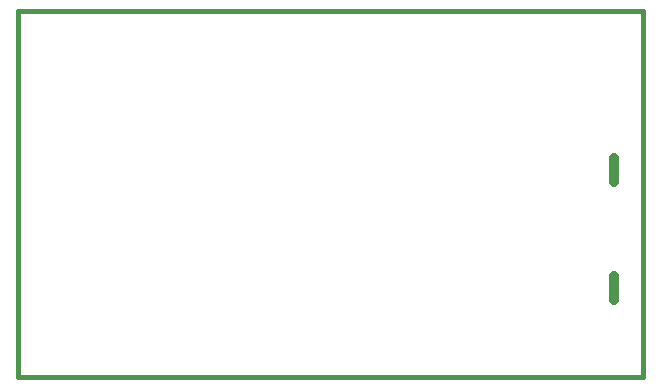
<source format=gko>
G04 start of page 4 for group 2 idx 6 *
G04 Title: roomunit-display, outline *
G04 Creator: pcb 1.99z *
G04 CreationDate: mån  6 apr 2015 08:42:04 UTC *
G04 For: jonatan *
G04 Format: Gerber/RS-274X *
G04 PCB-Dimensions (mm): 60.00 42.00 *
G04 PCB-Coordinate-Origin: lower left *
%MOMM*%
%FSLAX43Y43*%
%LNOUTLINE*%
%ADD29C,0.850*%
%ADD28C,0.381*%
G54D28*X55610Y9980D02*X55587Y40984D01*
X2667D01*
Y9996D01*
X2794Y9980D02*X55610Y9980D01*
G54D29*X53109Y28571D02*Y26571D01*
Y18571D02*Y16571D01*
M02*

</source>
